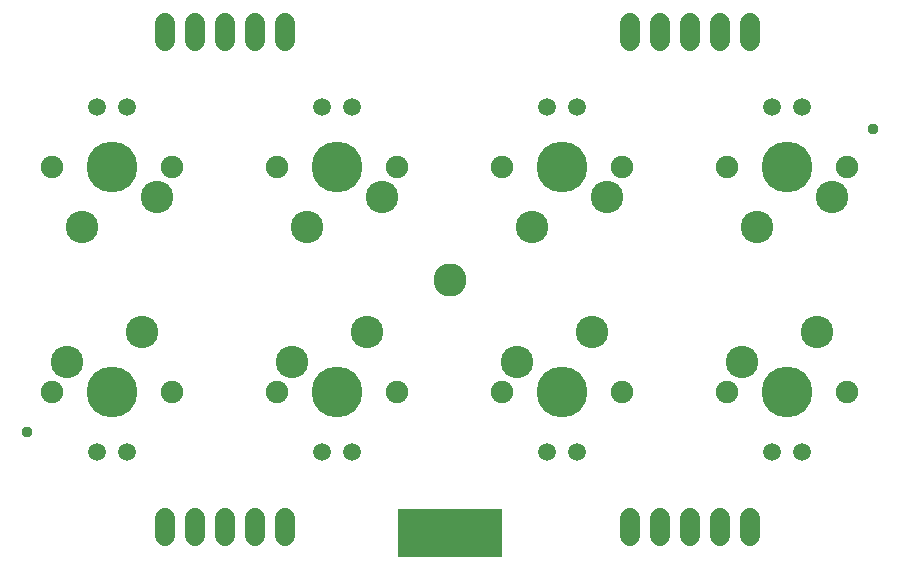
<source format=gbr>
G04 EAGLE Gerber RS-274X export*
G75*
%MOMM*%
%FSLAX34Y34*%
%LPD*%
%INSoldermask Bottom*%
%IPPOS*%
%AMOC8*
5,1,8,0,0,1.08239X$1,22.5*%
G01*
%ADD10C,2.803200*%
%ADD11R,8.890000X4.127500*%
%ADD12C,1.903200*%
%ADD13C,2.743200*%
%ADD14C,4.303200*%
%ADD15C,1.511200*%
%ADD16C,1.727200*%
%ADD17C,0.959600*%


D10*
X431800Y247650D03*
D11*
X431800Y33338D03*
D12*
X196850Y342900D03*
X95250Y342900D03*
D13*
X184150Y317500D03*
X120650Y292100D03*
D14*
X146050Y342900D03*
D15*
X158750Y393700D03*
X133350Y393700D03*
D16*
X292100Y449580D02*
X292100Y464820D01*
X266700Y464820D02*
X266700Y449580D01*
X241300Y449580D02*
X241300Y464820D01*
X215900Y464820D02*
X215900Y449580D01*
X190500Y449580D02*
X190500Y464820D01*
X685800Y464820D02*
X685800Y449580D01*
X660400Y449580D02*
X660400Y464820D01*
X635000Y464820D02*
X635000Y449580D01*
X609600Y449580D02*
X609600Y464820D01*
X584200Y464820D02*
X584200Y449580D01*
X292100Y45720D02*
X292100Y30480D01*
X266700Y30480D02*
X266700Y45720D01*
X241300Y45720D02*
X241300Y30480D01*
X215900Y30480D02*
X215900Y45720D01*
X190500Y45720D02*
X190500Y30480D01*
X685800Y30480D02*
X685800Y45720D01*
X660400Y45720D02*
X660400Y30480D01*
X635000Y30480D02*
X635000Y45720D01*
X609600Y45720D02*
X609600Y30480D01*
X584200Y30480D02*
X584200Y45720D01*
D12*
X387350Y342900D03*
X285750Y342900D03*
D13*
X374650Y317500D03*
X311150Y292100D03*
D14*
X336550Y342900D03*
D15*
X349250Y393700D03*
X323850Y393700D03*
D12*
X577850Y342900D03*
X476250Y342900D03*
D13*
X565150Y317500D03*
X501650Y292100D03*
D14*
X527050Y342900D03*
D15*
X539750Y393700D03*
X514350Y393700D03*
D12*
X768350Y342900D03*
X666750Y342900D03*
D13*
X755650Y317500D03*
X692150Y292100D03*
D14*
X717550Y342900D03*
D15*
X730250Y393700D03*
X704850Y393700D03*
D12*
X95250Y152400D03*
X196850Y152400D03*
D13*
X107950Y177800D03*
X171450Y203200D03*
D14*
X146050Y152400D03*
D15*
X133350Y101600D03*
X158750Y101600D03*
D12*
X285750Y152400D03*
X387350Y152400D03*
D13*
X298450Y177800D03*
X361950Y203200D03*
D14*
X336550Y152400D03*
D15*
X323850Y101600D03*
X349250Y101600D03*
D12*
X476250Y152400D03*
X577850Y152400D03*
D13*
X488950Y177800D03*
X552450Y203200D03*
D14*
X527050Y152400D03*
D15*
X514350Y101600D03*
X539750Y101600D03*
D12*
X666750Y152400D03*
X768350Y152400D03*
D13*
X679450Y177800D03*
X742950Y203200D03*
D14*
X717550Y152400D03*
D15*
X704850Y101600D03*
X730250Y101600D03*
D17*
X73819Y119063D03*
X789781Y375444D03*
M02*

</source>
